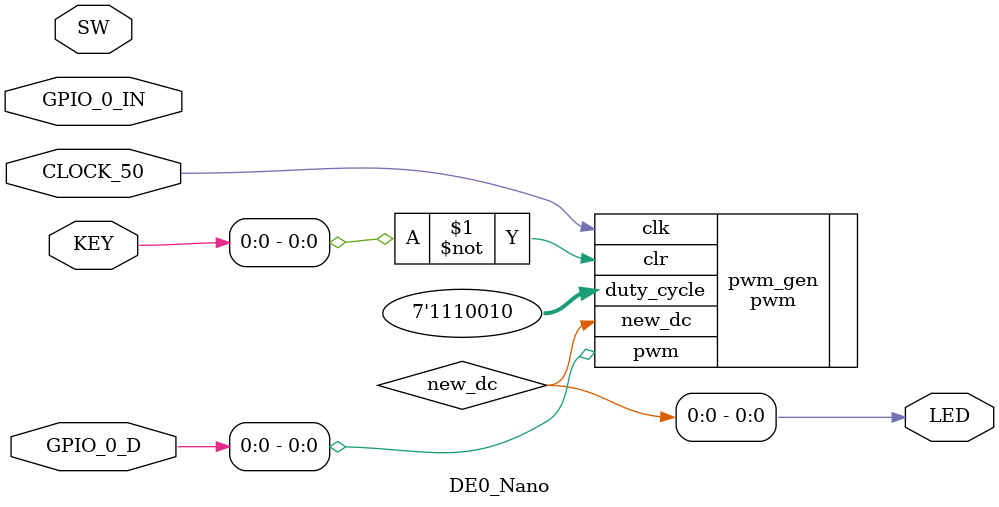
<source format=sv>


module DE0_Nano
  (//////////// CLOCK //////////
   CLOCK_50,
   
   //////////// LED //////////
   LED,
   
   //////////// KEY //////////
   KEY,
   
   //////////// SW //////////
   SW,
   
   //////////// SDRAM //////////
   //DRAM_ADDR,
   //DRAM_BA,
   //DRAM_CAS_N,
   //DRAM_CKE,
   //DRAM_CLK,
   //DRAM_CS_N,
   //DRAM_DQ,
   //DRAM_DQM,
   //DRAM_RAS_N,
   //DRAM_WE_N,
   
   //////////// EPCS //////////
   //EPCS_ASDO,
   //EPCS_DATA0,
   //EPCS_DCLK,
   //EPCS_NCSO,
   
   //////////// Accelerometer and EEPROM //////////
   //G_SENSOR_CS_N,
   //G_SENSOR_INT,
   //I2C_SCLK,
   //I2C_SDAT,
   
   //////////// ADC //////////
   //ADC_CS_N,
   //ADC_SADDR,
   //ADC_SCLK,
   //ADC_SDAT,
   
   //////////// 2x13 GPIO Header //////////
   //GPIO_2,
   //GPIO_2_IN,
   
   //////////// GPIO_0, GPIO_0 connect to GPIO Default //////////
   GPIO_0_D,
   GPIO_0_IN
   
   //////////// GPIO_1, GPIO_1 connect to GPIO Default //////////
   //GPIO_1,
   //GPIO_1_IN 
   );
   
   //=======================================================
   //  PARAMETER declarations
   //=======================================================
   
   
   //=======================================================
   //  PORT declarations
   //=======================================================
   
   //////////// CLOCK //////////
   input         CLOCK_50;
   
   //////////// LED //////////
   output [7:0]  LED;
   
   //////////// KEY //////////
   input [1:0] 	 KEY;
   
   //////////// SW //////////
   input [3:0] 	 SW;
   
   //////////// SDRAM //////////
   //output [12:0] DRAM_ADDR;
   //output [1:0]  DRAM_BA;
   //output 	 DRAM_CAS_N;
   //output 	 DRAM_CKE;
   //output 	 DRAM_CLK;
   //output 	 DRAM_CS_N;
   //inout [15:0]  DRAM_DQ;
   //output [1:0]  DRAM_DQM;
   //output 	 DRAM_RAS_N;
   //output 	 DRAM_WE_N;
   
   //////////// EPCS //////////
   //output 	 EPCS_ASDO;
   //input 	 EPCS_DATA0;
   //output 	 EPCS_DCLK;
   //output 	 EPCS_NCSO;
   
   //////////// Accelerometer and EEPROM //////////
   //output 	 G_SENSOR_CS_N;
   //input 	 G_SENSOR_INT;
   //output 	 I2C_SCLK;
   //inout 	 I2C_SDAT;
   
   //////////// ADC //////////
   //output 	 ADC_CS_N;
   //output 	 ADC_SADDR;
   //output 	 ADC_SCLK;
   //input 	 ADC_SDAT;
   
   //////////// 2x13 GPIO Header //////////
   //inout [12:0]  GPIO_2;
   //input [2:0] 	 GPIO_2_IN;
   
   //////////// GPIO_0, GPIO_0 connect to GPIO Default //////////
   inout [33:0]  GPIO_0_D;
   input [1:0] 	 GPIO_0_IN;
   
   //////////// GPIO_1, GPIO_1 connect to GPIO Default //////////
   //inout [33:0]  GPIO_1;
   //input [1:0] 	 GPIO_1_IN;
   
   //////////////////////////////////////////////////////////////
   
   logic new_dc; 

   assign LED[0] = new_dc;
   
   pwm #(.WIDTH(7)) pwm_gen(.duty_cycle(7'd114), .clr(~KEY[0]), .clk(CLOCK_50),
                            .pwm(GPIO_0_D[0]), .new_dc(new_dc));

   
endmodule: DE0_Nano

</source>
